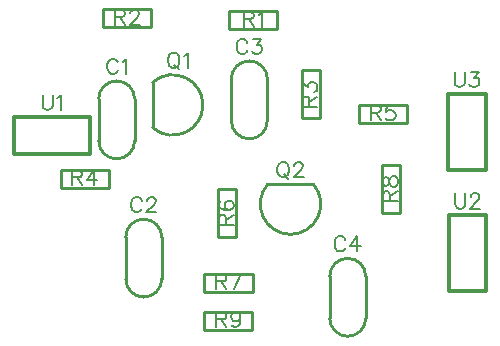
<source format=gbr>
G04 DipTrace 3.0.0.1*
G04 TopSilk.gbr*
%MOIN*%
G04 #@! TF.FileFunction,Legend,Top*
G04 #@! TF.Part,Single*
%ADD10C,0.009843*%
%ADD21C,0.011811*%
%ADD43C,0.00772*%
%FSLAX26Y26*%
G04*
G70*
G90*
G75*
G01*
G04 TopSilk*
%LPD*%
X845827Y1179666D2*
D10*
Y1319546D1*
X725827Y1179666D2*
Y1319546D1*
X845827D2*
G03X725827Y1319546I-60000J60D01*
G01*
Y1179666D2*
G03X845827Y1179666I60000J-60D01*
G01*
X815984Y858916D2*
Y719036D1*
X935984Y858916D2*
Y719036D1*
X815984D2*
G03X935984Y719036I60000J-60D01*
G01*
Y858916D2*
G03X815984Y858916I-60000J60D01*
G01*
X1167953Y1386082D2*
Y1246202D1*
X1287953Y1386082D2*
Y1246202D1*
X1167953D2*
G03X1287953Y1246202I60000J-60D01*
G01*
Y1386082D2*
G03X1167953Y1386082I-60000J60D01*
G01*
X1615906Y588328D2*
Y728208D1*
X1495906Y588328D2*
Y728208D1*
X1615906D2*
G03X1495906Y728208I-60000J60D01*
G01*
Y588328D2*
G03X1615906Y588328I60000J-60D01*
G01*
X905913Y1374833D2*
G02X905913Y1223592I66569J-75620D01*
G01*
Y1374833D1*
X1440975Y1035426D2*
G02X1289734Y1035426I-75620J-66569D01*
G01*
X1440975D1*
X1320701Y1551102D2*
Y1611102D1*
X1160401Y1551102D2*
X1320701D1*
X1160401D2*
Y1611102D1*
X1320701D1*
X901804Y1558189D2*
Y1618189D1*
X741504Y1558189D2*
X901804D1*
X741504D2*
Y1618189D1*
X901804D1*
X1462283Y1414796D2*
X1402283D1*
X1462283Y1254496D2*
Y1414796D1*
Y1254496D2*
X1402283D1*
Y1414796D1*
X759284Y1023543D2*
Y1083543D1*
X598984Y1023543D2*
X759284D1*
X598984D2*
Y1083543D1*
X759284D1*
X1754559Y1239685D2*
Y1299685D1*
X1594259Y1239685D2*
X1754559D1*
X1594259D2*
Y1299685D1*
X1754559D1*
X1184331Y1020307D2*
X1124331D1*
X1184331Y860007D2*
Y1020307D1*
Y860007D2*
X1124331D1*
Y1020307D1*
X1238811Y677087D2*
Y737087D1*
X1078511Y677087D2*
X1238811D1*
X1078511D2*
Y737087D1*
X1238811D1*
X1731181Y1099835D2*
X1671181D1*
X1731181Y939535D2*
Y1099835D1*
Y939535D2*
X1671181D1*
Y1099835D1*
X1238024Y550709D2*
Y610709D1*
X1077724Y550709D2*
X1238024D1*
X1077724D2*
Y610709D1*
X1238024D1*
X696063Y1135039D2*
D21*
X442520D1*
Y1260236D1*
X696063D1*
Y1135039D1*
X1893307Y677559D2*
X2018504D1*
Y931102D1*
X1893307D1*
Y677559D1*
X1890551Y1082283D2*
X2015748D1*
Y1335827D1*
X1890551D1*
Y1082283D1*
X790045Y1440891D2*
D43*
X787669Y1445644D1*
X782860Y1450453D1*
X778107Y1452829D1*
X768546D1*
X763737Y1450453D1*
X758984Y1445644D1*
X756552Y1440891D1*
X754175Y1433706D1*
Y1421713D1*
X756552Y1414583D1*
X758984Y1409774D1*
X763737Y1405021D1*
X768546Y1402589D1*
X778107D1*
X782860Y1405021D1*
X787669Y1409774D1*
X790045Y1414583D1*
X805485Y1443212D2*
X810293Y1445644D1*
X817478Y1452774D1*
Y1402589D1*
X869453Y980261D2*
X867076Y985014D1*
X862268Y989823D1*
X857515Y992199D1*
X847953D1*
X843145Y989823D1*
X838391Y985014D1*
X835960Y980261D1*
X833583Y973076D1*
Y961083D1*
X835960Y953953D1*
X838391Y949144D1*
X843145Y944391D1*
X847953Y941959D1*
X857515D1*
X862268Y944391D1*
X867076Y949144D1*
X869453Y953953D1*
X887324Y980206D2*
Y982583D1*
X889701Y987391D1*
X892077Y989768D1*
X896886Y992144D1*
X906447D1*
X911200Y989768D1*
X913577Y987391D1*
X916009Y982583D1*
Y977829D1*
X913577Y973021D1*
X908824Y965891D1*
X884892Y941959D1*
X918386D1*
X1221421Y1507427D2*
X1219045Y1512180D1*
X1214236Y1516988D1*
X1209483Y1519365D1*
X1199922D1*
X1195113Y1516988D1*
X1190360Y1512180D1*
X1187928Y1507427D1*
X1185552Y1500242D1*
Y1488248D1*
X1187928Y1481118D1*
X1190360Y1476310D1*
X1195113Y1471557D1*
X1199922Y1469125D1*
X1209483D1*
X1214236Y1471557D1*
X1219045Y1476310D1*
X1221421Y1481118D1*
X1241669Y1519310D2*
X1267922D1*
X1253607Y1500186D1*
X1260792D1*
X1265546Y1497810D1*
X1267922Y1495433D1*
X1270354Y1488248D1*
Y1483495D1*
X1267922Y1476310D1*
X1263169Y1471501D1*
X1255984Y1469125D1*
X1248799D1*
X1241669Y1471501D1*
X1239293Y1473933D1*
X1236861Y1478686D1*
X1548186Y849553D2*
X1545809Y854306D1*
X1541001Y859114D1*
X1536248Y861491D1*
X1526686D1*
X1521878Y859114D1*
X1517124Y854306D1*
X1514693Y849553D1*
X1512316Y842368D1*
Y830374D1*
X1514693Y823244D1*
X1517124Y818436D1*
X1521878Y813683D1*
X1526686Y811251D1*
X1536248D1*
X1541001Y813683D1*
X1545809Y818436D1*
X1548186Y823244D1*
X1587557Y811251D2*
Y861436D1*
X1563625Y827997D1*
X1599495D1*
X971074Y1473183D2*
X966321Y1470861D1*
X961512Y1466053D1*
X959135Y1461244D1*
X956704Y1454059D1*
Y1442121D1*
X959135Y1434936D1*
X961512Y1430183D1*
X966321Y1425374D1*
X971074Y1422998D1*
X980635D1*
X985444Y1425374D1*
X990197Y1430183D1*
X992574Y1434936D1*
X995005Y1442121D1*
Y1454059D1*
X992574Y1461244D1*
X990197Y1466053D1*
X985444Y1470861D1*
X980635Y1473183D1*
X971074D1*
X978259Y1432559D2*
X992574Y1418189D1*
X1010445Y1463566D2*
X1015253Y1465998D1*
X1022438Y1473127D1*
Y1422943D1*
X1336107Y1108649D2*
X1331354Y1106328D1*
X1326546Y1101519D1*
X1324169Y1096711D1*
X1321737Y1089526D1*
Y1077587D1*
X1324169Y1070402D1*
X1326546Y1065649D1*
X1331354Y1060841D1*
X1336107Y1058464D1*
X1345669D1*
X1350477Y1060841D1*
X1355230Y1065649D1*
X1357607Y1070402D1*
X1360039Y1077587D1*
Y1089526D1*
X1357607Y1096711D1*
X1355230Y1101519D1*
X1350477Y1106328D1*
X1345669Y1108649D1*
X1336107D1*
X1343292Y1068026D2*
X1357607Y1053656D1*
X1377910Y1096655D2*
Y1099032D1*
X1380287Y1103840D1*
X1382663Y1106217D1*
X1387472Y1108594D1*
X1397033D1*
X1401786Y1106217D1*
X1404163Y1103840D1*
X1406595Y1099032D1*
Y1094279D1*
X1404163Y1089470D1*
X1399410Y1082341D1*
X1375478Y1058409D1*
X1408972D1*
X1210088Y1585303D2*
X1231588D1*
X1238773Y1587735D1*
X1241205Y1590111D1*
X1243581Y1594864D1*
Y1599673D1*
X1241205Y1604426D1*
X1238773Y1606858D1*
X1231588Y1609235D1*
X1210088D1*
Y1558995D1*
X1226835Y1585303D2*
X1243581Y1558995D1*
X1259021Y1599618D2*
X1263829Y1602050D1*
X1271014Y1609179D1*
Y1558995D1*
X780441Y1592389D2*
X801940D1*
X809125Y1594821D1*
X811557Y1597198D1*
X813934Y1601951D1*
Y1606760D1*
X811557Y1611513D1*
X809125Y1613945D1*
X801940Y1616321D1*
X780441D1*
Y1566081D1*
X797187Y1592389D2*
X813934Y1566081D1*
X831805Y1604328D2*
Y1606704D1*
X834182Y1611513D1*
X836558Y1613889D1*
X841367Y1616266D1*
X850928D1*
X855681Y1613889D1*
X858058Y1611513D1*
X860490Y1606704D1*
Y1601951D1*
X858058Y1597143D1*
X853305Y1590013D1*
X829373Y1566081D1*
X862867D1*
X1428083Y1293433D2*
Y1314933D1*
X1425651Y1322118D1*
X1423275Y1324550D1*
X1418521Y1326926D1*
X1413713D1*
X1408960Y1324550D1*
X1406528Y1322118D1*
X1404151Y1314933D1*
Y1293433D1*
X1454391D1*
X1428083Y1310179D2*
X1454391Y1326926D1*
X1404207Y1347174D2*
Y1373427D1*
X1423330Y1359112D1*
Y1366297D1*
X1425706Y1371050D1*
X1428083Y1373427D1*
X1435268Y1375859D1*
X1440021D1*
X1447206Y1373427D1*
X1452015Y1368674D1*
X1454391Y1361489D1*
Y1354304D1*
X1452015Y1347174D1*
X1449583Y1344797D1*
X1444830Y1342365D1*
X636733Y1057744D2*
X658232D1*
X665417Y1060176D1*
X667849Y1062552D1*
X670226Y1067305D1*
Y1072114D1*
X667849Y1076867D1*
X665417Y1079299D1*
X658232Y1081675D1*
X636733D1*
Y1031435D1*
X653479Y1057744D2*
X670226Y1031435D1*
X709597D2*
Y1081620D1*
X685665Y1048182D1*
X721535D1*
X1633196Y1273886D2*
X1654696D1*
X1661881Y1276317D1*
X1664313Y1278694D1*
X1666690Y1283447D1*
Y1288256D1*
X1664313Y1293009D1*
X1661881Y1295441D1*
X1654696Y1297817D1*
X1633196D1*
Y1247577D1*
X1649943Y1273886D2*
X1666690Y1247577D1*
X1710814Y1297762D2*
X1686938D1*
X1684561Y1276262D1*
X1686938Y1278639D1*
X1694123Y1281071D1*
X1701252D1*
X1708437Y1278639D1*
X1713246Y1273886D1*
X1715622Y1266700D1*
Y1261947D1*
X1713246Y1254762D1*
X1708437Y1249954D1*
X1701252Y1247577D1*
X1694123D1*
X1686938Y1249954D1*
X1684561Y1252386D1*
X1682129Y1257139D1*
X1150130Y900161D2*
Y921660D1*
X1147698Y928845D1*
X1145322Y931277D1*
X1140569Y933654D1*
X1135760D1*
X1131007Y931277D1*
X1128575Y928845D1*
X1126199Y921660D1*
Y900161D1*
X1176439D1*
X1150130Y916907D2*
X1176439Y933654D1*
X1133384Y977778D2*
X1128630Y975401D1*
X1126254Y968216D1*
Y963463D1*
X1128630Y956278D1*
X1135815Y951470D1*
X1147754Y949093D1*
X1159692D1*
X1169254Y951470D1*
X1174062Y956278D1*
X1176439Y963463D1*
Y965840D1*
X1174062Y972969D1*
X1169254Y977778D1*
X1162068Y980155D1*
X1159692D1*
X1152507Y977778D1*
X1147754Y972970D1*
X1145377Y965840D1*
Y963463D1*
X1147754Y956278D1*
X1152507Y951470D1*
X1159692Y949093D1*
X1117448Y711287D2*
X1138948D1*
X1146133Y713719D1*
X1148565Y716096D1*
X1150942Y720849D1*
Y725657D1*
X1148565Y730410D1*
X1146133Y732842D1*
X1138948Y735219D1*
X1117448D1*
Y684979D1*
X1134195Y711287D2*
X1150942Y684979D1*
X1175943D2*
X1199874Y735164D1*
X1166381D1*
X1696981Y978500D2*
Y1000000D1*
X1694549Y1007185D1*
X1692172Y1009617D1*
X1687419Y1011993D1*
X1682611D1*
X1677857Y1009617D1*
X1675426Y1007185D1*
X1673049Y1000000D1*
Y978500D1*
X1723289D1*
X1696981Y995246D2*
X1723289Y1011993D1*
X1673104Y1039371D2*
X1675481Y1032241D1*
X1680234Y1029809D1*
X1685042D1*
X1689796Y1032241D1*
X1692228Y1036994D1*
X1694604Y1046556D1*
X1696981Y1053741D1*
X1701789Y1058494D1*
X1706542Y1060870D1*
X1713727D1*
X1718481Y1058494D1*
X1720912Y1056117D1*
X1723289Y1048932D1*
Y1039371D1*
X1720912Y1032241D1*
X1718481Y1029809D1*
X1713727Y1027432D1*
X1706542D1*
X1701789Y1029809D1*
X1696981Y1034617D1*
X1694604Y1041747D1*
X1692227Y1051309D1*
X1689796Y1056117D1*
X1685042Y1058494D1*
X1680234D1*
X1675481Y1056117D1*
X1673104Y1048932D1*
Y1039371D1*
X1117849Y584909D2*
X1139349D1*
X1146534Y587341D1*
X1148966Y589718D1*
X1151343Y594471D1*
Y599279D1*
X1148966Y604032D1*
X1146534Y606464D1*
X1139349Y608841D1*
X1117849D1*
Y558601D1*
X1134596Y584909D2*
X1151343Y558601D1*
X1197899Y592094D2*
X1195467Y584909D1*
X1190714Y580101D1*
X1183529Y577724D1*
X1181152D1*
X1173967Y580101D1*
X1169214Y584909D1*
X1166782Y592094D1*
Y594471D1*
X1169214Y601656D1*
X1173967Y606409D1*
X1181152Y608786D1*
X1183529D1*
X1190714Y606409D1*
X1195467Y601656D1*
X1197899Y592094D1*
Y580101D1*
X1195467Y568162D1*
X1190714Y560977D1*
X1183529Y558601D1*
X1178775D1*
X1171590Y560977D1*
X1169214Y565786D1*
X538828Y1333459D2*
Y1297589D1*
X541205Y1290404D1*
X546013Y1285651D1*
X553198Y1283219D1*
X557952D1*
X565137Y1285651D1*
X569945Y1290404D1*
X572322Y1297589D1*
Y1333459D1*
X587761Y1323842D2*
X592569Y1326274D1*
X599754Y1333404D1*
Y1283219D1*
X1914693Y1004325D2*
Y968456D1*
X1917069Y961270D1*
X1921878Y956517D1*
X1929063Y954085D1*
X1933816D1*
X1941001Y956517D1*
X1945809Y961270D1*
X1948186Y968456D1*
Y1004325D1*
X1966057Y992332D2*
Y994709D1*
X1968434Y999517D1*
X1970810Y1001894D1*
X1975619Y1004270D1*
X1985180D1*
X1989933Y1001894D1*
X1992310Y999517D1*
X1994742Y994709D1*
Y989955D1*
X1992310Y985147D1*
X1987557Y978017D1*
X1963625Y954085D1*
X1997118D1*
X1911937Y1409050D2*
Y1373180D1*
X1914313Y1365995D1*
X1919122Y1361242D1*
X1926307Y1358810D1*
X1931060D1*
X1938245Y1361242D1*
X1943053Y1365995D1*
X1945430Y1373180D1*
Y1409050D1*
X1965678Y1408995D2*
X1991931D1*
X1977616Y1389871D1*
X1984801D1*
X1989554Y1387495D1*
X1991931Y1385118D1*
X1994363Y1377933D1*
Y1373180D1*
X1991931Y1365995D1*
X1987178Y1361186D1*
X1979992Y1358810D1*
X1972807D1*
X1965678Y1361186D1*
X1963301Y1363618D1*
X1960869Y1368371D1*
M02*

</source>
